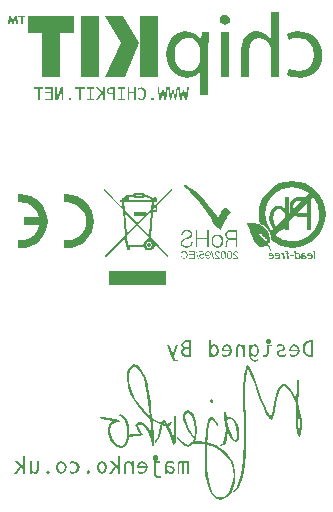
<source format=gbr>
G04 start of page 10 for group -4078 idx -4078 *
G04 Title: (unknown), bottomsilk *
G04 Creator: pcb 1.99z *
G04 CreationDate: Tue Apr 19 20:08:47 2016 UTC *
G04 For: matt *
G04 Format: Gerber/RS-274X *
G04 PCB-Dimensions (mil): 2500.00 3000.00 *
G04 PCB-Coordinate-Origin: lower left *
%MOIN*%
%FSLAX25Y25*%
%LNBOTTOMSILK*%
%ADD92C,0.0161*%
%ADD91C,0.0001*%
G54D91*G36*
X119931Y153671D02*X119981Y153918D01*
X120117Y154119D01*
X120319Y154255D01*
X120565Y154305D01*
X120811Y154255D01*
X121013Y154119D01*
X121148Y153918D01*
X121198Y153671D01*
X121148Y153425D01*
X121013Y153224D01*
X120811Y153088D01*
X120565Y153038D01*
X120319Y153088D01*
X120117Y153224D01*
X119981Y153425D01*
X119931Y153671D01*
G37*
G36*
X122414Y153984D02*X122440Y153671D01*
X122402Y153294D01*
X122293Y152941D01*
X122120Y152623D01*
X121890Y152346D01*
X121254Y152982D01*
X121373Y153126D01*
X121463Y153292D01*
X121520Y153475D01*
X121540Y153671D01*
X121520Y153868D01*
X121463Y154052D01*
X121373Y154217D01*
X121254Y154361D01*
X121110Y154480D01*
X120944Y154570D01*
X120761Y154627D01*
X120565Y154646D01*
X120369Y154627D01*
X120185Y154570D01*
X120019Y154480D01*
X119875Y154361D01*
X119756Y154217D01*
X119666Y154052D01*
X119609Y153868D01*
X119589Y153671D01*
X119609Y153475D01*
X119666Y153292D01*
X119756Y153126D01*
X119875Y152982D01*
X120019Y152863D01*
X120185Y152772D01*
X120369Y152717D01*
X120565Y152696D01*
X120761Y152717D01*
X120944Y152772D01*
X121110Y152863D01*
X121254Y152982D01*
X121890Y152346D01*
X121613Y152117D01*
X121294Y151943D01*
X120943Y151834D01*
X120565Y151796D01*
X120046Y151869D01*
X119584Y152073D01*
X119197Y152389D01*
X118906Y152794D01*
X114321D01*
Y151816D01*
X113115D01*
Y152798D01*
X113011Y152833D01*
X112922Y152900D01*
X112856Y152990D01*
X112826Y153093D01*
X112568Y156087D01*
X106177Y149577D01*
X105795Y149952D01*
X112509Y156783D01*
X111785Y165197D01*
X112432Y165268D01*
X116567Y160913D01*
X116930Y160530D01*
X116563Y160156D01*
X113169Y156698D01*
X113449Y153446D01*
X118703D01*
X118690Y153671D01*
X118818Y154352D01*
X119168Y154922D01*
X119693Y155333D01*
X120345Y155534D01*
X120399Y156110D01*
X116563Y160156D01*
X116930Y160530D01*
X120465Y156809D01*
X121196Y164677D01*
X121124D01*
Y164802D01*
X116930Y160530D01*
X116567Y160913D01*
X116199Y160540D01*
X112503Y164438D01*
X113109Y157395D01*
X116199Y160540D01*
X116567Y160913D01*
X119011Y163402D01*
X115563D01*
Y164704D01*
X119552D01*
Y163951D01*
X121124Y165552D01*
Y166948D01*
X121409D01*
X121500Y167932D01*
X112203D01*
X112432Y165268D01*
X111785Y165197D01*
X105398Y171933D01*
Y172675D01*
X111713Y166024D01*
X111547Y167959D01*
X110763D01*
Y168610D01*
X111452D01*
X111501Y168737D01*
X111717Y169107D01*
X112013Y169424D01*
X112409Y168935D01*
X112149Y168610D01*
X112797D01*
Y169202D01*
X112409Y168935D01*
X112013Y169424D01*
X112376Y169693D01*
X112797Y169917D01*
Y170346D01*
X113910D01*
Y170280D01*
X114794Y170437D01*
X115672Y170522D01*
Y170780D01*
X118874D01*
Y169180D01*
X115672D01*
Y169856D01*
X116324Y169831D01*
X118222D01*
Y170129D01*
X116324D01*
Y169831D01*
X115672Y169856D01*
X114793Y169763D01*
X113910Y169600D01*
Y168610D01*
X121475D01*
X121105Y169069D01*
X120494Y169405D01*
X119723Y169639D01*
X118874Y169787D01*
Y170450D01*
X119735Y170306D01*
X120551Y170076D01*
X121261Y169743D01*
X121810Y169287D01*
X121944Y169424D01*
X122107Y169529D01*
X122291Y169596D01*
X122493Y169619D01*
X122668Y169602D01*
X122831Y169552D01*
X122978Y169471D01*
X123107Y169365D01*
X123212Y169237D01*
X123293Y169089D01*
X123343Y168926D01*
X123361Y168751D01*
X123343Y168576D01*
X123293Y168413D01*
X123212Y168267D01*
X123107Y168139D01*
X122978Y168031D01*
X122831Y167951D01*
X122668Y167901D01*
X122493Y167883D01*
X122156Y167951D01*
X122063Y166948D01*
X122496D01*
X128211Y172763D01*
Y172020D01*
X123230Y166948D01*
X123334D01*
Y164677D01*
X121851D01*
X121905Y165262D01*
X122764D01*
Y166361D01*
X122656D01*
X121940Y165633D01*
X121905Y165262D01*
X121851Y164677D01*
X121059Y156182D01*
X126916Y150013D01*
X126528Y149644D01*
X122414Y153984D01*
G37*
G36*
X107236Y144964D02*X126099D01*
Y140372D01*
X107236D01*
Y144964D01*
G37*
G36*
X83930Y162870D02*X83607Y163901D01*
X83121Y164849D01*
X82489Y165696D01*
X81727Y166427D01*
X80854Y167024D01*
X79884Y167472D01*
X78836Y167754D01*
X77724Y167851D01*
X76832Y167787D01*
Y170455D01*
X77724Y170500D01*
X79537Y170316D01*
X81226Y169790D01*
X82755Y168958D01*
X84088Y167857D01*
X85188Y166524D01*
X86020Y164994D01*
X86546Y163306D01*
X86729Y161495D01*
X86546Y159685D01*
X86020Y157997D01*
X85188Y156468D01*
X84088Y155134D01*
X82755Y154033D01*
X81226Y153201D01*
X79537Y152675D01*
X77724Y152491D01*
X76832Y152536D01*
Y155205D01*
X77724Y155140D01*
X78836Y155238D01*
X79884Y155519D01*
X80854Y155967D01*
X81727Y156564D01*
X82489Y157294D01*
X83121Y158142D01*
X83607Y159088D01*
X83930Y160118D01*
X78728D01*
Y162870D01*
X83930D01*
G37*
G36*
X92309Y155205D02*X93199Y155140D01*
X94478Y155270D01*
X95670Y155641D01*
X96751Y156228D01*
X97692Y157006D01*
X98470Y157946D01*
X99058Y159026D01*
X99428Y160218D01*
X99558Y161495D01*
X99428Y162773D01*
X99058Y163965D01*
X98470Y165044D01*
X97692Y165985D01*
X96751Y166763D01*
X95670Y167350D01*
X94478Y167721D01*
X93199Y167851D01*
X92309Y167787D01*
Y170455D01*
X93199Y170500D01*
X95011Y170316D01*
X96701Y169790D01*
X98230Y168958D01*
X99564Y167857D01*
X100666Y166524D01*
X101498Y164994D01*
X102023Y163306D01*
X102207Y161495D01*
X102023Y159685D01*
X101498Y157997D01*
X100666Y156468D01*
X99564Y155134D01*
X98230Y154033D01*
X96701Y153201D01*
X95011Y152675D01*
X93199Y152491D01*
X92309Y152536D01*
Y155205D01*
G37*
G36*
X166662Y210291D02*X167120Y212306D01*
X168482Y211814D01*
X170416Y211573D01*
X172453Y211956D01*
X174078Y213054D01*
X175154Y214791D01*
X175543Y217096D01*
X175204Y219269D01*
X174204Y221044D01*
X172569Y222242D01*
X170324Y222681D01*
X169310Y222623D01*
X168459Y222468D01*
X167762Y222244D01*
X167211Y221979D01*
X166601Y224054D01*
X168142Y224573D01*
X170324Y224817D01*
X172049Y224667D01*
X173598Y224231D01*
X174954Y223535D01*
X176100Y222601D01*
X177019Y221455D01*
X177697Y220118D01*
X178115Y218617D01*
X178258Y216974D01*
X178126Y215353D01*
X177736Y213887D01*
X177107Y212596D01*
X176252Y211497D01*
X175189Y210611D01*
X173933Y209954D01*
X172500Y209547D01*
X170904Y209406D01*
X169504Y209494D01*
X168303Y209712D01*
X167343Y209999D01*
X166662Y210291D01*
G37*
G36*
X163824Y231409D02*Y209742D01*
X161138D01*
Y218652D01*
X161104Y219351D01*
X160955Y219934D01*
X160431Y220972D01*
X159624Y221826D01*
X158582Y222407D01*
X157354Y222620D01*
X155752Y222268D01*
X154695Y221315D01*
X154114Y219917D01*
X153936Y218226D01*
Y209742D01*
X151251D01*
Y218531D01*
X151391Y220266D01*
X151778Y221668D01*
X152360Y222769D01*
X153086Y223600D01*
X153905Y224193D01*
X154766Y224577D01*
X155617Y224785D01*
X156408Y224847D01*
X157861Y224637D01*
X159155Y224084D01*
X160265Y223253D01*
X161077Y222193D01*
X161138D01*
Y231409D01*
X163824D01*
G37*
G36*
X147191Y209742D02*X144506D01*
Y224512D01*
X147191D01*
Y209742D01*
G37*
G36*
X144201Y228662D02*X144317Y229324D01*
X144648Y229856D01*
X145167Y230211D01*
X145849Y230340D01*
X146523Y230211D01*
X147054Y229856D01*
X147402Y229324D01*
X147527Y228662D01*
X147407Y228019D01*
X147074Y227495D01*
X146562Y227143D01*
X145909Y227015D01*
X145189Y227143D01*
X144644Y227495D01*
X144306Y228019D01*
X144201Y228662D01*
G37*
G36*
X140356Y219690D02*Y203700D01*
X137701D01*
Y211725D01*
X137640D01*
X136831Y210746D01*
X135767Y210017D01*
X134504Y209563D01*
X133093Y209406D01*
X131806Y209530D01*
X130577Y209900D01*
X129440Y210517D01*
X128432Y211383D01*
X127587Y212497D01*
X126939Y213861D01*
X126526Y215475D01*
X126379Y217340D01*
X126502Y218951D01*
X126855Y220406D01*
X127418Y221687D01*
X128169Y222776D01*
X129087Y223655D01*
X130152Y224305D01*
X131341Y224709D01*
X132635Y224847D01*
X134318Y224652D01*
X135752Y224088D01*
X136940Y223187D01*
X137884Y221979D01*
X136923Y220754D01*
X135981Y221803D01*
X134794Y222475D01*
X133459Y222711D01*
X131576Y222269D01*
X130198Y221074D01*
X129352Y219325D01*
X129065Y217219D01*
X129367Y214898D01*
X130244Y213096D01*
X131653Y211927D01*
X133551Y211512D01*
X134923Y211741D01*
X136103Y212386D01*
X137014Y213378D01*
X137579Y214655D01*
X137701Y215754D01*
Y218287D01*
X137644Y218848D01*
X137518Y219385D01*
X136923Y220754D01*
X137884Y221979D01*
X137945D01*
X138067Y224512D01*
X140478D01*
X140394Y222285D01*
X140356Y219690D01*
G37*
G36*
X132805Y202930D02*X133206Y206150D01*
X133756D01*
X133130Y201918D01*
X132596D01*
X132031Y204547D01*
X131467Y201918D01*
X130933D01*
X130307Y206150D01*
X130855D01*
X131258Y202742D01*
X131742Y205173D01*
X132331D01*
X132805Y202930D01*
G37*
G36*
X129355D02*X129758Y206150D01*
X130307D01*
X129681Y201918D01*
X129148D01*
X128583Y204547D01*
X128018Y201918D01*
X127484D01*
X126859Y206150D01*
X127408D01*
X127809Y202742D01*
X128292Y205173D01*
X128883D01*
X129355Y202930D01*
G37*
G36*
X125907D02*X126309Y206150D01*
X126859D01*
X126233Y201918D01*
X125699D01*
X125135Y204547D01*
X124569Y201918D01*
X124036D01*
X123410Y206150D01*
X123960D01*
X124361Y202742D01*
X124845Y205173D01*
X125435D01*
X125907Y202930D01*
G37*
G36*
X122149Y202391D02*X122128Y202185D01*
X122017Y202050D01*
X121696Y201918D01*
X121375Y202050D01*
X121304Y202183D01*
X121243Y202391D01*
X121375Y202737D01*
X121696Y202868D01*
X122017Y202737D01*
X122153Y202567D01*
X122149Y202391D01*
G37*
G36*
X116960Y202131D02*Y202702D01*
X117211Y202528D01*
X117399Y202447D01*
X117880Y202360D01*
X118401Y202439D01*
X118710Y202778D01*
X118917Y203280D01*
X118985Y204034D01*
X118951Y204754D01*
X118710Y205289D01*
X118382Y205578D01*
X117880Y205707D01*
X117680Y205669D01*
X117403Y205611D01*
X116960Y205321D01*
Y205931D01*
X117217Y205992D01*
X117403Y206098D01*
X117880Y206150D01*
X118616Y205998D01*
X119128Y205590D01*
X119472Y204901D01*
X119575Y204034D01*
X119487Y203112D01*
X119128Y202471D01*
X118611Y202057D01*
X117880Y201918D01*
X117676Y201925D01*
X117403Y201969D01*
X116960Y202131D01*
G37*
G36*
X115561Y204553D02*Y206150D01*
X116131D01*
Y201918D01*
X115561D01*
Y204111D01*
X114016D01*
Y201918D01*
X113446D01*
Y206150D01*
X114016D01*
Y204553D01*
X115561D01*
G37*
G36*
X105825Y230082D02*X112039D01*
X117254Y220978D01*
X112650Y209742D01*
X105855D01*
X111189Y220858D01*
X105825Y230082D01*
G37*
G36*
X117433D02*X123483D01*
Y209742D01*
X117433D01*
Y230082D01*
G37*
G36*
X97749D02*X103798D01*
Y209742D01*
X97749D01*
Y230082D01*
G37*
G36*
X84829Y224241D02*X80210D01*
Y230082D01*
X95513D01*
Y224241D01*
X90880D01*
Y209742D01*
X84829D01*
Y224241D01*
G37*
G36*
X79248Y230014D02*Y229569D01*
X78396D01*
Y227315D01*
X77859D01*
Y229569D01*
X76997D01*
Y230014D01*
X79248D01*
G37*
G36*
X73545Y227315D02*X73755Y230014D01*
X74527D01*
X74994Y228676D01*
X75182Y228011D01*
X75191D01*
X75369Y228694D01*
X75837Y230014D01*
X76641D01*
X76838Y227315D01*
X76323D01*
X76224Y228901D01*
X76202Y229658D01*
X76174D01*
X76075Y229260D01*
X75986Y228892D01*
X75500Y227356D01*
X74944D01*
X74457Y228854D01*
X74231Y229658D01*
X74200D01*
X74181Y228901D01*
X74082Y227315D01*
X73545D01*
G37*
G36*
X110203Y205707D02*Y206150D01*
X112516D01*
Y205707D01*
X111642D01*
Y202360D01*
X112516D01*
Y201918D01*
X110203D01*
Y202360D01*
X111077D01*
Y205707D01*
X110203D01*
G37*
G36*
X107862Y206150D02*X109083D01*
Y201918D01*
X108519D01*
Y203785D01*
X107862D01*
X107278Y203833D01*
X106799Y204085D01*
X106566Y204440D01*
X106443Y204970D01*
X106563Y205477D01*
X106805Y205849D01*
X107268Y206074D01*
X107862Y206150D01*
Y205707D01*
X107252Y205514D01*
X107129Y205266D01*
X107034Y204970D01*
X107101Y204629D01*
X107252Y204421D01*
X107862Y204227D01*
X108519D01*
Y205707D01*
X107862D01*
Y206150D01*
G37*
G36*
X105233Y204269D02*Y206150D01*
X105802D01*
Y201918D01*
X105233D01*
Y203570D01*
X104801Y204034D01*
X103443Y201918D01*
X102756D01*
X104430Y204415D01*
X102807Y206150D01*
X103468D01*
X105233Y204269D01*
G37*
G36*
X99857Y205707D02*Y206150D01*
X102171D01*
Y205707D01*
X101296D01*
Y202360D01*
X102171D01*
Y201918D01*
X99857D01*
Y202360D01*
X100731D01*
Y205707D01*
X99857D01*
G37*
G36*
X95971D02*Y206150D01*
X99155D01*
Y205707D01*
X97843D01*
Y201918D01*
X97278D01*
Y205707D01*
X95971D01*
G37*
G36*
X94578Y202391D02*X94557Y202185D01*
X94445Y202050D01*
X94124Y201918D01*
X93804Y202050D01*
X93732Y202183D01*
X93672Y202391D01*
X93804Y202737D01*
X94124Y202868D01*
X94445Y202737D01*
X94581Y202567D01*
X94578Y202391D01*
G37*
G36*
X89895Y202665D02*X91304Y206150D01*
X92021D01*
Y201918D01*
X91472D01*
Y205402D01*
X90063Y201918D01*
X89350D01*
Y206150D01*
X89895D01*
Y202665D01*
G37*
G36*
X85933Y205707D02*Y206150D01*
X88410D01*
Y201918D01*
X85877D01*
Y202360D01*
X87846D01*
Y204111D01*
X86015D01*
Y204553D01*
X87846D01*
Y205707D01*
X85933D01*
G37*
G36*
X82195D02*Y206150D01*
X85378D01*
Y205707D01*
X84067D01*
Y201918D01*
X83502D01*
Y205707D01*
X82195D01*
G37*
G36*
X148211Y164498D02*X147659Y164267D01*
X147056Y163601D01*
X146444Y162641D01*
X145857Y161532D01*
X145335Y160420D01*
X144915Y159448D01*
X144636Y158759D01*
X144534Y158496D01*
X142079Y160415D01*
X141077Y162497D01*
X139533Y164975D01*
X137577Y167609D01*
X135338Y170152D01*
X134821Y170717D01*
X134277Y171275D01*
X133740Y171807D01*
X133235Y172293D01*
X132791Y172707D01*
X132439Y173030D01*
X132207Y173241D01*
X132122Y173315D01*
X132296Y173555D01*
X132502Y173860D01*
X132766Y173739D01*
X133031Y173583D01*
X133236Y173448D01*
X133316Y173392D01*
X135749Y171670D01*
X138079Y169517D01*
X140280Y167044D01*
X142027Y164806D01*
X143181Y163187D01*
X143597Y162563D01*
X143709Y162800D01*
X144011Y163417D01*
X144459Y164279D01*
X145002Y165243D01*
X145869Y165921D01*
X146201Y165941D01*
X146575Y165817D01*
X146963Y165594D01*
X147341Y165315D01*
X147683Y165022D01*
X147957Y164759D01*
X148144Y164570D01*
X148211Y164498D01*
G37*
G36*
X150048Y152852D02*X149526D01*
Y158087D01*
X148043D01*
X147319Y158041D01*
X146938Y157886D01*
X146623Y157525D01*
X146513Y157023D01*
X146601Y156500D01*
X146862Y156143D01*
X147326Y155941D01*
X148011Y155873D01*
X149526D01*
Y155404D01*
X147861D01*
X147306Y155351D01*
X146975Y155188D01*
X146794Y154831D01*
X146695Y154192D01*
X146630Y153437D01*
X146582Y153084D01*
X146506Y152852D01*
X145924D01*
Y152930D01*
X146044Y153123D01*
X146106Y153457D01*
X146179Y154312D01*
X146393Y155280D01*
X146892Y155637D01*
X146207Y156150D01*
X145971Y157037D01*
X146152Y157799D01*
X146671Y158324D01*
X147189Y158501D01*
X148147Y158556D01*
X150048D01*
Y152852D01*
G37*
G36*
X145226Y154904D02*X145104Y153992D01*
X144733Y153310D01*
X144139Y152889D01*
X143342Y152748D01*
Y153162D01*
X143930Y153276D01*
X144371Y153619D01*
X144644Y154170D01*
X144735Y154904D01*
X144644Y155643D01*
X144371Y156193D01*
X143930Y156536D01*
X143342Y156651D01*
X142748Y156538D01*
X142308Y156196D01*
X142035Y155645D01*
X141944Y154904D01*
X142035Y154165D01*
X142308Y153615D01*
X142748Y153275D01*
X143342Y153162D01*
Y152748D01*
X142538Y152889D01*
X141940Y153312D01*
X141568Y153994D01*
X141444Y154904D01*
X141569Y155821D01*
X141941Y156506D01*
X142541Y156931D01*
X143342Y157073D01*
X144139Y156931D01*
X144733Y156506D01*
X145104Y155821D01*
X145226Y154904D01*
G37*
G36*
X140491Y152852D02*X139968D01*
Y155613D01*
X136708D01*
Y152852D01*
X136177D01*
Y158556D01*
X136708D01*
Y156081D01*
X139968D01*
Y158556D01*
X140491D01*
Y152852D01*
G37*
G36*
X135178Y154578D02*Y154540D01*
X135043Y153753D01*
X134628Y153171D01*
X133961Y152813D01*
X133060Y152692D01*
X132246Y152803D01*
X131625Y153134D01*
X131233Y153658D01*
X131100Y154343D01*
X131201Y154937D01*
X131498Y155389D01*
X132046Y155735D01*
X132885Y156016D01*
X133552Y156182D01*
X134295Y156540D01*
X134521Y157158D01*
X134176Y157955D01*
X133203Y158237D01*
X132612Y158155D01*
X132170Y157906D01*
X131890Y157507D01*
X131789Y156968D01*
X131259D01*
X131395Y157699D01*
X131777Y158246D01*
X132380Y158589D01*
X133179Y158703D01*
X133944Y158599D01*
X134536Y158284D01*
X134916Y157799D01*
X135043Y157173D01*
X134959Y156617D01*
X134708Y156201D01*
X134239Y155884D01*
X133498Y155629D01*
X132955Y155492D01*
X131890Y155032D01*
X131623Y154288D01*
X131720Y153818D01*
X132005Y153462D01*
X133052Y153162D01*
X133727Y153255D01*
X134230Y153533D01*
X134545Y153981D01*
X134656Y154578D01*
X135178D01*
G37*
G36*
X141019Y149601D02*X140784Y149115D01*
X140276Y148943D01*
X139766Y149100D01*
X139437Y149558D01*
X139327Y150368D01*
X139438Y151113D01*
X139761Y151510D01*
X140235Y151649D01*
X140831Y151402D01*
X141069Y150754D01*
X140841Y150124D01*
X140284Y149886D01*
X139919Y149983D01*
X139652Y150235D01*
X139834Y150331D01*
X140204Y150174D01*
X140583Y150331D01*
X140735Y150743D01*
X140573Y151202D01*
X140196Y151379D01*
X139837Y151214D01*
X139688Y150769D01*
X139834Y150331D01*
X139652Y150235D01*
X139650Y150170D01*
X139699Y149772D01*
X139820Y149462D01*
X140005Y149279D01*
X140268Y149210D01*
X140556Y149310D01*
X140707Y149629D01*
X141019Y149601D01*
G37*
G36*
X142251Y148943D02*X141989D01*
X141222Y151682D01*
X141482D01*
X142251Y148943D01*
G37*
G36*
X142445Y149300D02*X143746D01*
X143608Y149477D01*
X143231Y149810D01*
X142730Y150277D01*
X142515Y150600D01*
X142450Y150912D01*
X142671Y151437D01*
X143275Y151648D01*
X143877Y151452D01*
X144135Y150882D01*
X143800Y150848D01*
X143658Y151238D01*
X143282Y151380D01*
X142922Y151246D01*
X142783Y150920D01*
X142935Y150529D01*
X143519Y149968D01*
X143944Y149566D01*
X144159Y149214D01*
X144196Y148988D01*
X142445D01*
Y149300D01*
G37*
G36*
X146215Y150294D02*X146150Y149652D01*
X145952Y149217D01*
X145350Y148943D01*
Y149210D01*
X145726Y149426D01*
X145879Y150294D01*
X145711Y151189D01*
X145353Y151380D01*
X144972Y151164D01*
X144820Y150294D01*
X144972Y149427D01*
X145350Y149210D01*
Y148943D01*
X144868Y149099D01*
X144582Y149541D01*
X144486Y150294D01*
X144546Y150921D01*
X144710Y151315D01*
X144975Y151562D01*
X145350Y151649D01*
X145830Y151493D01*
X146116Y151050D01*
X146215Y150294D01*
G37*
G36*
X148273D02*X148207Y149652D01*
X148010Y149217D01*
X147408Y148943D01*
Y149210D01*
X147785Y149426D01*
X147937Y150294D01*
X147769Y151189D01*
X147412Y151380D01*
X147032Y151164D01*
X146879Y150294D01*
X147032Y149427D01*
X147408Y149210D01*
Y148943D01*
X146927Y149099D01*
X146639Y149541D01*
X146545Y150294D01*
X146603Y150921D01*
X146769Y151315D01*
X147034Y151562D01*
X147408Y151649D01*
X147888Y151493D01*
X148175Y151050D01*
X148273Y150294D01*
G37*
G36*
X148621Y149300D02*X149921D01*
X149783Y149477D01*
X149406Y149810D01*
X148907Y150277D01*
X148690Y150600D01*
X148624Y150912D01*
X148846Y151437D01*
X149450Y151648D01*
X150050Y151452D01*
X150309Y150882D01*
X149976Y150848D01*
X149834Y151238D01*
X149457Y151380D01*
X149098Y151246D01*
X148959Y150920D01*
X149110Y150529D01*
X149695Y149968D01*
X150121Y149566D01*
X150334Y149214D01*
X150372Y148988D01*
X148621D01*
Y149300D01*
G37*
G36*
X137105Y148943D02*X136844D01*
X136078Y151682D01*
X136337D01*
X137105Y148943D01*
G37*
G36*
X131435Y149917D02*X131710Y149413D01*
X132208Y149243D01*
X132659Y149368D01*
X132965Y149744D01*
X133064Y150334D01*
X132980Y150843D01*
X132693Y151237D01*
X132182Y151381D01*
X131740Y151251D01*
X131474Y150829D01*
X131127Y150911D01*
X131506Y151480D01*
X132174Y151682D01*
X132816Y151522D01*
X133268Y151054D01*
X133425Y150333D01*
X133284Y149623D01*
X132876Y149117D01*
X132180Y148943D01*
X131480Y149170D01*
X131083Y149828D01*
X131435Y149917D01*
G37*
G36*
X135785Y148988D02*X133808D01*
Y149300D01*
X135435D01*
Y150202D01*
X133969D01*
Y150513D01*
X135435D01*
Y151324D01*
X133870D01*
Y151637D01*
X135785D01*
Y148988D01*
G37*
G36*
X139010Y149682D02*X138749Y149146D01*
X138160Y148943D01*
X137465Y149265D01*
X137254Y149886D01*
X137492Y150505D01*
X138078Y150744D01*
X138580Y150579D01*
X138436Y151290D01*
X137378D01*
Y151601D01*
X138696D01*
X138953Y150240D01*
X138648Y150201D01*
X138449Y150386D01*
X138165Y150457D01*
X137756Y150296D01*
X137600Y149857D01*
X137761Y149389D01*
X138160Y149210D01*
X138493Y149335D01*
X138669Y149710D01*
X139010Y149682D01*
G37*
G36*
X166508Y151170D02*X166457Y151232D01*
X166379Y151270D01*
X166275Y151283D01*
X165954Y151221D01*
X165975Y151573D01*
X166415Y151631D01*
X166615Y151613D01*
X166793Y151548D01*
X166920Y151433D01*
X166981Y151263D01*
X166997Y150965D01*
Y150892D01*
X167246D01*
X167255Y150711D01*
X167266Y150532D01*
X167040D01*
X167094Y149343D01*
X167116Y149040D01*
X166856Y149044D01*
X166590Y149040D01*
X166536Y150532D01*
X166096D01*
X166075Y150892D01*
X166542D01*
Y150959D01*
X166535Y151079D01*
X166508Y151170D01*
G37*
G36*
X160446Y150028D02*X160428Y150204D01*
X160490Y150537D01*
X160664Y150791D01*
X160947Y150944D01*
X161303Y150990D01*
X161681Y150934D01*
X162006Y150744D01*
X162227Y150398D01*
X162305Y149962D01*
X162237Y149574D01*
X162026Y149263D01*
X161694Y149088D01*
X161264Y149040D01*
X160993Y149055D01*
X160659Y149113D01*
X160591Y149500D01*
X160941Y149406D01*
X161215Y149379D01*
X161435Y149413D01*
X161628Y149519D01*
X161750Y149691D01*
X161793Y149917D01*
X161788Y150025D01*
X161774Y150240D01*
X161737Y150378D01*
X161681Y150488D01*
X161583Y150589D01*
X161450Y150660D01*
X161301Y150682D01*
X161178Y150667D01*
X161076Y150626D01*
X160998Y150557D01*
X160947Y150463D01*
X160922Y150367D01*
X160917Y150238D01*
X161774Y150240D01*
X161788Y150025D01*
X160446Y150028D01*
G37*
G36*
X168780Y150276D02*X168807Y149906D01*
X168178Y149915D01*
X167542Y149906D01*
X167516Y150276D01*
X168148Y150269D01*
X168780Y150276D01*
G37*
G36*
X162719Y150791D02*X163001Y150944D01*
X163357Y150990D01*
X163735Y150934D01*
X164058Y150744D01*
X164280Y150398D01*
X164358Y149962D01*
X164290Y149574D01*
X164079Y149263D01*
X163748Y149088D01*
X163318Y149040D01*
X163045Y149055D01*
X162711Y149113D01*
X162643Y149500D01*
X162995Y149406D01*
X163269Y149379D01*
X163489Y149413D01*
X163681Y149519D01*
X163804Y149691D01*
X163845Y149917D01*
X163842Y150025D01*
X163826Y150240D01*
X163791Y150378D01*
X163735Y150488D01*
X163637Y150589D01*
X163503Y150659D01*
X163354Y150682D01*
X163231Y150667D01*
X163129Y150626D01*
X163052Y150557D01*
X163000Y150463D01*
X162977Y150367D01*
X162970Y150238D01*
X163826Y150240D01*
X163842Y150025D01*
X162499Y150028D01*
X162481Y150204D01*
X162542Y150537D01*
X162719Y150791D01*
G37*
G36*
X164701Y150946D02*X164855Y150928D01*
X164991Y150875D01*
X165102Y150792D01*
X165222Y150644D01*
X165211Y150902D01*
X165460Y150899D01*
X165709Y150902D01*
X165706Y150728D01*
X165709Y150415D01*
X165725Y149909D01*
X165778Y149040D01*
X165506Y149044D01*
X165252Y149040D01*
X165257Y149256D01*
X165247Y149711D01*
X165223Y150036D01*
X165171Y150236D01*
X165065Y150396D01*
X164918Y150493D01*
X164730Y150525D01*
X164534Y150496D01*
X164551Y150928D01*
X164701Y150946D01*
G37*
G36*
X173541Y150791D02*X173823Y150944D01*
X174180Y150990D01*
X174558Y150934D01*
X174881Y150744D01*
X175102Y150398D01*
X175180Y149962D01*
X175113Y149574D01*
X174902Y149263D01*
X174569Y149088D01*
X174140Y149040D01*
X173867Y149055D01*
X173534Y149113D01*
X173467Y149500D01*
X173817Y149406D01*
X174091Y149379D01*
X174310Y149413D01*
X174503Y149519D01*
X174625Y149691D01*
X174667Y149917D01*
X174664Y150025D01*
X174649Y150240D01*
X174613Y150378D01*
X174556Y150488D01*
X174459Y150589D01*
X174326Y150659D01*
X174178Y150682D01*
X174053Y150667D01*
X173952Y150626D01*
X173876Y150557D01*
X173822Y150463D01*
X173798Y150367D01*
X173792Y150238D01*
X174649Y150240D01*
X174664Y150025D01*
X173321Y150028D01*
X173304Y150204D01*
X173364Y150537D01*
X173541Y150791D01*
G37*
G36*
X175912Y151539D02*X175959Y150153D01*
X176027Y149040D01*
X175746Y149044D01*
X175491Y149040D01*
X175484Y149381D01*
X175420Y150872D01*
X175376Y151539D01*
X175640Y151536D01*
X175912Y151539D01*
G37*
G36*
X172112Y151099D02*X172710Y150967D01*
X172890Y150742D01*
X172928Y150552D01*
X172789Y150696D01*
X172234Y150842D01*
X171964Y150757D01*
X171853Y150531D01*
X172036Y150331D01*
X172499Y150162D01*
X172956Y149933D01*
X173107Y149583D01*
X172940Y149177D01*
X172442Y149040D01*
X171909Y149251D01*
X172000Y149398D01*
X172337Y149324D01*
X172643Y149620D01*
X172198Y149951D01*
X171888Y150046D01*
Y149617D01*
X172000Y149398D01*
X171909Y149251D01*
Y149053D01*
X171308D01*
Y150568D01*
X171494Y150936D01*
X172112Y151099D01*
G37*
G36*
X169588Y151583D02*Y151458D01*
X169601Y150959D01*
X169978Y150990D01*
X170410Y150931D01*
X170769Y150732D01*
X171020Y150364D01*
X171112Y149895D01*
X171061Y149561D01*
X170901Y149285D01*
X170640Y149106D01*
X170310Y149040D01*
X170105Y149064D01*
X169921Y149136D01*
X169778Y149242D01*
X169640Y149403D01*
X169825Y149563D01*
X169975Y149453D01*
X170159Y149417D01*
X170398Y149485D01*
X170555Y149670D01*
X170605Y149929D01*
X170549Y150222D01*
X170393Y150470D01*
X170160Y150607D01*
X169883Y150648D01*
X169620Y150611D01*
X169643Y150066D01*
X169711Y149753D01*
X169825Y149563D01*
X169640Y149403D01*
X169656Y149084D01*
X169405Y149088D01*
X169167Y149084D01*
X169131Y150317D01*
X169056Y151583D01*
X169323Y151580D01*
X169588Y151583D01*
G37*
G36*
X159123Y159898D02*X157589Y160726D01*
X157258Y162254D01*
X157142Y163851D01*
X157369Y166098D01*
X158019Y168188D01*
X159046Y170082D01*
X160406Y171729D01*
X162055Y173090D01*
X163947Y174117D01*
X166039Y174767D01*
X168284Y174992D01*
X170529Y174767D01*
X172621Y174117D01*
X174513Y173090D01*
X176163Y171729D01*
X177524Y170082D01*
X178551Y168188D01*
X179200Y166098D01*
X179426Y163851D01*
X179200Y161606D01*
X178551Y159515D01*
X177524Y157623D01*
X176163Y155972D01*
X174513Y154613D01*
X172621Y153585D01*
X170529Y152935D01*
X168284Y152709D01*
X164452Y153386D01*
X161195Y155255D01*
X161135Y156293D01*
X162595Y156837D01*
X165212Y155355D01*
X168284Y154819D01*
X170105Y155002D01*
X171799Y155529D01*
X173334Y156361D01*
X174671Y157465D01*
X175774Y158802D01*
X176607Y160336D01*
X177133Y162031D01*
X177316Y163851D01*
X176781Y166922D01*
X175298Y169540D01*
X162595Y156837D01*
X161135Y156293D01*
X160864Y157480D01*
X161270Y158161D01*
X173973Y170865D01*
X171355Y172348D01*
X168284Y172884D01*
X166465Y172701D01*
X164769Y172175D01*
X163235Y171341D01*
X161897Y170239D01*
X160795Y168902D01*
X159963Y167369D01*
X159436Y165672D01*
X159252Y163851D01*
X159789Y160781D01*
X161270Y158161D01*
X160864Y157480D01*
X160243Y158717D01*
X159123Y159898D01*
G37*
G36*
X161102Y164894D02*X161594Y165713D01*
X162229Y166293D01*
X162976Y166639D01*
X163800Y166754D01*
X164919Y166485D01*
X165819Y165672D01*
X165326Y164861D01*
X164679Y165443D01*
X163948Y165635D01*
X163175Y165451D01*
X162531Y164894D01*
X162100Y163944D01*
X161954Y162573D01*
X162104Y161224D01*
X162553Y160257D01*
X163194Y159677D01*
X163922Y159482D01*
X164956Y159807D01*
X165678Y160752D01*
X165867Y161529D01*
X165931Y162618D01*
X165780Y163913D01*
X165326Y164861D01*
X165819Y165672D01*
Y169627D01*
X167072D01*
Y158544D01*
X165914D01*
Y159550D01*
X165028Y158661D01*
X163871Y158363D01*
X162674Y158641D01*
X161636Y159470D01*
X160917Y160813D01*
X160678Y162618D01*
X160784Y163857D01*
X161102Y164894D01*
G37*
G36*
X158890Y159605D02*X160071Y158293D01*
X160635Y156933D01*
X160810Y155670D01*
X160818Y154637D01*
X160490Y154216D01*
X160042Y154753D01*
X160002Y156424D01*
X159629Y156889D01*
Y155464D01*
X159237Y155854D01*
Y157347D01*
X158843Y157920D01*
Y156332D01*
X158166Y157009D01*
X158183Y157124D01*
X158199Y157411D01*
X158166Y157785D01*
X158036Y158156D01*
X158027Y158031D01*
X157992Y157745D01*
X157930Y157430D01*
X157833Y157219D01*
X157581Y157389D01*
X157011Y157769D01*
X156408Y158166D01*
X156053Y158389D01*
X156246Y158224D01*
X156761Y157762D01*
X157501Y157062D01*
X158372Y156180D01*
X159278Y155170D01*
X160122Y154090D01*
X160810Y152996D01*
X161245Y151943D01*
X160945Y151643D01*
X160851Y151900D01*
X160612Y152502D01*
X160303Y153202D01*
X159992Y153754D01*
X159822Y153649D01*
X159409Y153412D01*
X158901Y153155D01*
X158447Y152993D01*
X158020Y152971D01*
X157523Y153073D01*
X156996Y153337D01*
X156480Y153796D01*
X156035Y154341D01*
X155573Y155026D01*
X155086Y155967D01*
X154558Y157272D01*
X154470Y157538D01*
X154355Y157910D01*
X154249Y158265D01*
X154185Y158481D01*
X153934Y159275D01*
X153682Y159807D01*
X153410Y160181D01*
X153106Y160500D01*
Y160782D01*
X153717Y160831D01*
X155217Y160818D01*
X157107Y160490D01*
X158890Y159605D01*
G37*
G36*
X169205Y169414D02*X169939Y169574D01*
X170989Y169627D01*
X174413D01*
Y158544D01*
X173211D01*
Y163050D01*
X170883D01*
X169288Y163286D01*
X168245Y163994D01*
X167674Y165078D01*
X167481Y166437D01*
X168722Y166376D01*
X168850Y165491D01*
X169235Y164861D01*
X169900Y164485D01*
X170861Y164358D01*
X173211D01*
Y168319D01*
X170883D01*
X170092Y168276D01*
X169588Y168144D01*
X168974Y167504D01*
X168722Y166376D01*
X167481Y166437D01*
X167600Y167482D01*
X167951Y168349D01*
X168499Y169006D01*
X169205Y169414D01*
G37*
G36*
X170628Y108613D02*X170417Y104612D01*
X170152Y100821D01*
X171021Y98077D01*
X171534Y95282D01*
X170939Y95026D01*
X170051Y99091D01*
X170069Y94928D01*
X170665Y90558D01*
X170939Y91584D01*
Y95026D01*
X171534Y95282D01*
X171580Y92463D01*
X171040Y89643D01*
X170838Y89441D01*
X170207Y89908D01*
X169767Y91428D01*
X169493Y93131D01*
X169410Y94165D01*
Y100959D01*
X167808Y104346D01*
X165840Y106772D01*
X165070Y106573D01*
X164466Y105902D01*
X163578Y103660D01*
X162983Y100776D01*
X162498Y97956D01*
X161921Y95933D01*
X161541Y95435D01*
X161051Y95440D01*
X160438Y96004D01*
X159687Y97187D01*
X158772Y99119D01*
X157646Y101911D01*
X156703Y104630D01*
X155769Y107395D01*
X154716Y110089D01*
X153434Y112622D01*
X152857Y109611D01*
X152656Y106379D01*
Y103101D01*
X152720Y100007D01*
X152793Y97461D01*
X152857Y95997D01*
X152913Y95099D01*
X152940Y94184D01*
Y92701D01*
X152894Y90156D01*
X152857Y87702D01*
X152775Y84177D01*
X152464Y80167D01*
X151823Y76276D01*
X150679Y73102D01*
X149875Y71960D01*
X148884Y71259D01*
X148426Y71314D01*
X148435Y71772D01*
X149800Y72980D01*
X150715Y74811D01*
X151301Y77009D01*
X151622Y79297D01*
X151787Y81458D01*
X151906Y83188D01*
X152161Y86887D01*
X152262Y89508D01*
X152281Y91565D01*
X152235Y93616D01*
X152134Y96235D01*
X152043Y99943D01*
X152024Y105225D01*
X152344Y110480D01*
X152464Y111222D01*
X152775Y112494D01*
X153233Y113446D01*
X153846Y113263D01*
X155201Y110590D01*
X156291Y107789D01*
X157298Y104923D01*
X158332Y102085D01*
X159232Y99810D01*
X159962Y98224D01*
X160543Y97235D01*
X160996Y96747D01*
X161610Y97068D01*
X162004Y98670D01*
X162324Y101031D01*
X162764Y103596D01*
X163533Y105820D01*
X164787Y107184D01*
X166380Y107232D01*
X167662Y106061D01*
X168632Y104355D01*
X169309Y102863D01*
X169511Y102387D01*
X169786Y105509D01*
X169950Y108640D01*
X170298Y108933D01*
X170628Y108613D01*
G37*
G36*
X145996Y93964D02*X145693Y96326D01*
X145510Y97564D01*
Y98077D01*
X145730Y98239D01*
X146224Y97857D01*
X146444Y96134D01*
X147598Y96418D01*
X148669Y95795D01*
X149557Y94669D01*
X150143Y93452D01*
X150491Y92179D01*
X150692Y90494D01*
X150555Y88947D01*
X149804Y88077D01*
X148806Y88169D01*
X148962Y88746D01*
X149740Y88965D01*
X150006Y90641D01*
X149704Y92920D01*
X148770Y94944D01*
X148053Y95626D01*
X147159Y95896D01*
X146472Y95220D01*
X146627Y94605D01*
X146820Y93854D01*
X147003Y93113D01*
X147159Y92499D01*
X147433Y91648D01*
X147735Y90796D01*
X148401Y89419D01*
X148962Y88746D01*
X148806Y88169D01*
X147973Y88947D01*
X147278Y90174D01*
X146710Y91648D01*
X146407Y88810D01*
X146078Y87709D01*
X145556Y87024D01*
X145117Y86786D01*
X144641Y86621D01*
X144238Y86841D01*
X144402Y87237D01*
X144760Y87363D01*
X145117Y87537D01*
X145693Y88654D01*
X145987Y90183D01*
X146069Y92005D01*
X145996Y93964D01*
G37*
G36*
X142995Y93829D02*X142537Y94440D01*
X142033Y95063D01*
X141594Y95539D01*
X141301Y95733D01*
X141146Y95420D01*
X140907Y94687D01*
X140688Y93836D01*
X140551Y93177D01*
X140368Y91748D01*
X140212Y90549D01*
X140093Y89288D01*
X140010Y87775D01*
X142848Y86823D01*
X145073Y85431D01*
X146144Y84454D01*
X146987Y83637D01*
X147719Y82712D01*
X148433Y81421D01*
X149285Y78363D01*
X149266Y74747D01*
X148195Y71378D01*
X147211Y70041D01*
X145888Y69117D01*
X144515Y68682D01*
X143379Y68796D01*
X141677Y70124D01*
X140587Y72266D01*
X139873Y74454D01*
X140404Y74811D01*
X141567Y71360D01*
X142361Y70261D01*
X143361Y69611D01*
X145650Y69767D01*
X147362Y71417D01*
X148369Y73841D01*
X148754Y76496D01*
X148607Y78803D01*
X147792Y81183D01*
X146382Y83252D01*
X144533Y84974D01*
X142354Y86246D01*
X141512Y86539D01*
X139974Y86924D01*
X139827Y83106D01*
X139891Y78904D01*
X140404Y74811D01*
X139873Y74454D01*
X139379Y76853D01*
X139131Y79975D01*
X139077Y83518D01*
X139196Y87134D01*
X137227Y87384D01*
X135689Y87372D01*
X135011Y87217D01*
X134407Y87006D01*
X133977Y86906D01*
X133821Y87098D01*
X134370Y87656D01*
X135863Y88116D01*
X137484Y88151D01*
X139260Y87949D01*
X139589Y91355D01*
X140038Y94065D01*
X140166Y94708D01*
X140331Y95420D01*
X140660Y96033D01*
X141200Y96408D01*
X141841Y96134D01*
X142711Y95300D01*
X143425Y94330D01*
X143645Y93625D01*
X143206Y93360D01*
X142995Y93829D01*
G37*
G36*
X131743Y81115D02*X132027Y81508D01*
X132494Y81636D01*
X132896Y81517D01*
X133208Y81188D01*
Y81536D01*
X133812D01*
Y77434D01*
X133208D01*
Y79778D01*
X133098Y80849D01*
X132732Y81069D01*
X132347Y80867D01*
X132246Y79778D01*
Y77434D01*
X131633D01*
Y79778D01*
X131523Y80849D01*
X131120Y81069D01*
X130773Y80858D01*
X130672Y79778D01*
Y77434D01*
X130059D01*
Y79815D01*
X130260Y81252D01*
X130956Y81636D01*
X131422Y81508D01*
X131743Y81115D01*
G37*
G36*
X126499Y77434D02*X125831D01*
Y79778D01*
X125886Y80583D01*
X126078Y81032D01*
X126664Y81481D01*
X127534Y81636D01*
X128202Y81563D01*
X128917Y81344D01*
Y80675D01*
X128230Y80968D01*
X127534Y81060D01*
X126756Y80840D01*
X126499Y80126D01*
Y80025D01*
X127406D01*
X128752Y79668D01*
X129219Y78624D01*
X128843Y77681D01*
X127845Y77324D01*
X127049Y77507D01*
X126499Y78038D01*
X126829Y78277D01*
X127699Y77892D01*
X128321Y78094D01*
X128541Y78670D01*
X128239Y79293D01*
X127360Y79494D01*
X126499D01*
Y79348D01*
X126829Y78277D01*
X126499Y78038D01*
Y77434D01*
G37*
G36*
X124156Y81014D02*X122993D01*
Y77361D01*
X123157Y76674D01*
X123652Y76445D01*
X124513D01*
Y75878D01*
X123579D01*
X122645Y76262D01*
X122315Y77361D01*
Y81536D01*
X124156D01*
Y81014D01*
G37*
G36*
X174258Y121796D02*X175366D01*
Y116330D01*
X174258D01*
X173171Y116497D01*
X172409Y116999D01*
X171972Y117848D01*
X171822Y119059D01*
X171972Y120278D01*
X172409Y121128D01*
X173171Y121629D01*
X174258Y121796D01*
X174276Y121192D01*
X172967Y120734D01*
X172601Y119059D01*
X172967Y117401D01*
X174276Y116935D01*
X174624D01*
Y121192D01*
X174276D01*
X174258Y121796D01*
G37*
G36*
X170204Y118219D02*X167284D01*
Y118546D01*
X167732Y120002D01*
X168978Y120533D01*
X170378Y119946D01*
X170909Y118381D01*
X170369Y116797D01*
X168877Y116220D01*
X168181Y116303D01*
X167448Y116541D01*
Y117209D01*
X168190Y116900D01*
X168868Y116797D01*
X169857Y117163D01*
X170204Y118198D01*
Y118219D01*
X170177Y118748D01*
X169802Y119635D01*
X169005Y119956D01*
X168236Y119654D01*
X167961Y118748D01*
X170177D01*
X170204Y118219D01*
G37*
G36*
X163285Y119626D02*Y120285D01*
X163880Y120469D01*
X164512Y120533D01*
X165656Y120212D01*
X166050Y119297D01*
X165785Y118565D01*
X164933Y118180D01*
X164686Y118134D01*
X164650Y118125D01*
X163979Y117871D01*
X163752Y117475D01*
X163999Y116974D01*
X164695Y116788D01*
X165345Y116889D01*
X166069Y117173D01*
Y116477D01*
X165345Y116285D01*
X164704Y116220D01*
X163505Y116569D01*
X163074Y117521D01*
X163331Y118262D01*
X164091Y118637D01*
X164365Y118692D01*
X165199Y118958D01*
X165373Y119370D01*
X165144Y119819D01*
X164466Y119965D01*
X163862Y119883D01*
X163285Y119626D01*
G37*
G36*
X159928Y121173D02*Y122027D01*
X160606D01*
Y121173D01*
X159928D01*
G37*
G36*
Y117813D02*Y120423D01*
X161685D01*
Y119903D01*
X160606D01*
Y117813D01*
X160267Y116715D01*
X159333Y116330D01*
X158481D01*
Y116900D01*
X159269D01*
X159763Y117136D01*
X159928Y117813D01*
G37*
G36*
X154004Y116596D02*Y120416D01*
X154682D01*
Y119883D01*
X155130Y120368D01*
X155798Y120533D01*
X156943Y119956D01*
X157373Y118418D01*
X156943Y116880D01*
X155798Y116303D01*
X155121Y116468D01*
X154682Y116980D01*
X154929Y117267D01*
X155643Y116861D01*
X156394Y117267D01*
X156659Y118418D01*
X156403Y119572D01*
X155643Y119956D01*
X154929Y119572D01*
X154682Y118418D01*
X154929Y117267D01*
X154682Y116980D01*
Y116495D01*
X154929Y115552D01*
X155726Y115259D01*
X156265Y115342D01*
X156916Y115589D01*
Y114923D01*
X156302Y114776D01*
X155726Y114719D01*
X154444Y115195D01*
X154004Y116596D01*
G37*
G36*
X150143Y116330D02*X149465D01*
Y118878D01*
X149768Y120123D01*
X150711Y120533D01*
X151434Y120349D01*
X151919Y119819D01*
Y120432D01*
X152596D01*
Y116330D01*
X151919D01*
Y118647D01*
X151663Y119610D01*
X150939Y119946D01*
X150335Y119684D01*
X150143Y118878D01*
Y116330D01*
G37*
G36*
X147646Y118219D02*X144725D01*
Y118546D01*
X145174Y120002D01*
X146419Y120533D01*
X147820Y119946D01*
X148351Y118381D01*
X147811Y116797D01*
X146319Y116220D01*
X145622Y116303D01*
X144890Y116541D01*
Y117209D01*
X145632Y116900D01*
X146309Y116797D01*
X147298Y117163D01*
X147646Y118198D01*
Y118219D01*
X147619Y118748D01*
X147243Y119635D01*
X146446Y119956D01*
X145677Y119654D01*
X145403Y118748D01*
X147619D01*
X147646Y118219D01*
G37*
G36*
X140470Y122027D02*X141148D01*
Y119910D01*
X141395Y119562D01*
X141148Y118381D01*
X141395Y117200D01*
X142146Y116797D01*
X142878Y117193D01*
X143125Y118381D01*
X142878Y119562D01*
X142146Y119956D01*
X141395Y119562D01*
X141148Y119910D01*
X141587Y120368D01*
X142237Y120533D01*
X143409Y119965D01*
X143840Y118390D01*
X143409Y116807D01*
X142237Y116220D01*
X141596Y116387D01*
X141148Y116843D01*
Y116330D01*
X140470D01*
Y122027D01*
G37*
G36*
X133039Y121796D02*X134659D01*
Y116330D01*
X133039D01*
X131583Y116715D01*
X131098Y117831D01*
X131409Y118804D01*
X132251Y119260D01*
X132278Y119745D01*
X133048Y119544D01*
X133908D01*
Y121192D01*
X133048D01*
X132270Y121009D01*
X132041Y120404D01*
X132278Y119745D01*
X132251Y119260D01*
X132132Y118692D01*
X131839Y117905D01*
X132114Y117163D01*
X133039Y116935D01*
X133908D01*
Y118940D01*
X133039D01*
X132132Y118692D01*
X132251Y119260D01*
X131528Y119617D01*
X131290Y120404D01*
X131748Y121430D01*
X133039Y121796D01*
G37*
G36*
X127612Y117648D02*X126531Y120432D01*
X127246D01*
X128445Y117228D01*
X129654Y120432D01*
X130367D01*
X128784Y116394D01*
X129214Y115509D01*
X129681Y115332D01*
X130075D01*
Y114776D01*
X129534D01*
X128948Y114911D01*
X128527Y115342D01*
X128042Y116522D01*
X127612Y117648D01*
G37*
G36*
X141805Y101535D02*X141741Y101233D01*
X141420Y100940D01*
X141100Y101197D01*
X140990Y101535D01*
Y101886D01*
X141402Y102185D01*
X141878Y101947D01*
Y101812D01*
X141805Y101535D01*
G37*
G36*
X130056Y89478D02*X130532Y89341D01*
Y89377D01*
X131796Y87976D01*
X133462Y87098D01*
X134735Y87574D01*
X135467Y88965D01*
X133581Y91493D01*
X132171Y94678D01*
X132812Y94880D01*
X133902Y92298D01*
X135668Y89716D01*
X135769Y90430D01*
X135870Y92426D01*
X135650Y94708D01*
X134908Y96729D01*
X133426Y98004D01*
X132812Y97402D01*
X132593Y96612D01*
X132812Y94880D01*
X132171Y94678D01*
X131997Y95621D01*
X132015Y97052D01*
X132428Y98285D01*
X133426Y98716D01*
X135128Y97526D01*
X136227Y95063D01*
X136620Y92023D01*
X136209Y89103D01*
X135970Y88489D01*
X134973Y87043D01*
X133426Y86420D01*
X131933Y87091D01*
X130130Y88865D01*
X129956Y89068D01*
X129928Y89103D01*
X129956D01*
X130056Y89478D01*
G37*
G36*
X129569Y96612D02*X129606Y95520D01*
X129651Y93756D01*
X129669Y91666D01*
X129624Y89606D01*
X129431Y87958D01*
X129056Y87061D01*
X128516Y87237D01*
X127307Y91034D01*
X125559Y94605D01*
X125357Y94568D01*
X124827Y92792D01*
X124506Y90934D01*
X123993Y89167D01*
X122904Y87677D01*
X122437Y87702D01*
X122428Y88151D01*
X123472Y89606D01*
X123965Y91412D01*
X124286Y93296D01*
X124845Y95044D01*
X125083Y95255D01*
X125339Y95264D01*
X125623Y95282D01*
X125998Y95117D01*
X127737Y91959D01*
X128818Y88489D01*
X128909Y92584D01*
X128891Y96685D01*
X129267Y97013D01*
X129569Y96612D01*
G37*
G36*
X128230Y94504D02*X127831Y93740D01*
X127186Y93351D01*
X125474Y93389D01*
X123515Y94147D01*
X121739Y95181D01*
X121931Y92838D01*
X122069Y91107D01*
X122150Y89386D01*
X122178Y87061D01*
X121748Y86448D01*
X121500Y86786D01*
X121180Y88928D01*
X120365Y91327D01*
X119056Y93277D01*
X117289Y94101D01*
X116767Y93516D01*
X117189Y92481D01*
X117957Y91373D01*
X118480Y90595D01*
X118269Y90156D01*
X117326Y89947D01*
X115943Y89826D01*
X114552Y89762D01*
X113581Y89744D01*
X113243Y90119D01*
X113655Y90430D01*
X114524Y90460D01*
X115696Y90540D01*
X116868Y90641D01*
X117728Y90695D01*
X116969Y91648D01*
X116063Y93213D01*
X116035Y93671D01*
X116236Y94101D01*
X117124Y94660D01*
X118022Y94642D01*
X118910Y94184D01*
X119734Y93415D01*
X121437Y90631D01*
X121373Y92106D01*
X121281Y92975D01*
X121162Y93836D01*
X121024Y95319D01*
X120988Y95660D01*
X120686Y95914D01*
X120448Y96106D01*
X119349Y97113D01*
X119789Y97580D01*
X120924Y96573D01*
X120686Y98853D01*
X120384Y101252D01*
X120027Y103596D01*
X119633Y105719D01*
X119313Y107212D01*
X118754Y109116D01*
X117985Y111002D01*
X117051Y112412D01*
X116183Y113069D01*
X115477Y113126D01*
X114469Y112140D01*
X113957Y110462D01*
X113819Y109052D01*
X113939Y107807D01*
X114231Y106534D01*
X116035Y102369D01*
X118745Y98688D01*
X119789Y97580D01*
X119349Y97113D01*
X118269Y98212D01*
X116740Y99943D01*
X115421Y101947D01*
X114350Y104099D01*
X113581Y106296D01*
X113124Y109611D01*
X113350Y111279D01*
X114057Y112787D01*
X115678Y113858D01*
X117152Y113245D01*
X118342Y111734D01*
X119120Y110105D01*
X119395Y109372D01*
X119743Y108265D01*
X120063Y107013D01*
X120310Y105820D01*
X120805Y102891D01*
X121126Y100821D01*
X121381Y98817D01*
X121675Y96033D01*
X123167Y95099D01*
X124980Y94230D01*
X126619Y93937D01*
X127228Y94168D01*
X127589Y94743D01*
X128029Y94907D01*
X128230Y94504D01*
G37*
G36*
X110915Y97224D02*X111968Y96848D01*
X113112Y95520D01*
X113735Y93195D01*
X113936Y90714D01*
X113835Y88901D01*
X113552Y87912D01*
X113057Y86960D01*
X112316Y86246D01*
X111290Y85972D01*
X109349Y86725D01*
X107720Y88544D01*
X106777Y90796D01*
X106841Y92838D01*
X107079Y93396D01*
X107344Y93964D01*
X107875Y94531D01*
X108708Y94916D01*
X106639Y95282D01*
X104561Y95694D01*
X104341Y96116D01*
X104726Y96372D01*
X107674Y95777D01*
X110640Y95356D01*
X110915Y95081D01*
X110713Y94708D01*
X110000Y94531D01*
X109185Y94348D01*
X108434Y94056D01*
X107921Y93589D01*
X107555Y91593D01*
X108095Y89267D01*
X109404Y87384D01*
X111254Y86685D01*
X112069Y86960D01*
X112637Y87556D01*
X112975Y88315D01*
X113194Y89142D01*
X113350Y90870D01*
X113194Y92920D01*
X112654Y94861D01*
X111629Y96235D01*
X111172Y96454D01*
X110640Y96573D01*
X110439Y97031D01*
X110915Y97224D01*
G37*
G36*
X122315Y82277D02*Y83129D01*
X122993D01*
Y82277D01*
X122315D01*
G37*
G36*
X119525Y79320D02*X116605D01*
Y79650D01*
X117054Y81106D01*
X118298Y81636D01*
X119700Y81050D01*
X120230Y79485D01*
X119690Y77901D01*
X118198Y77324D01*
X117502Y77407D01*
X116770Y77645D01*
Y78313D01*
X117511Y78002D01*
X118189Y77901D01*
X119178Y78267D01*
X119525Y79302D01*
Y79320D01*
X119498Y79851D01*
X119122Y80739D01*
X118326Y81060D01*
X117557Y80758D01*
X117283Y79851D01*
X119498D01*
X119525Y79320D01*
G37*
G36*
X113000Y77434D02*X112322D01*
Y79979D01*
X112625Y81225D01*
X113568Y81636D01*
X114291Y81454D01*
X114776Y80922D01*
Y81536D01*
X115454D01*
Y77434D01*
X114776D01*
Y79750D01*
X114520Y80712D01*
X113796Y81050D01*
X113193Y80785D01*
X113000Y79979D01*
Y77434D01*
G37*
G36*
X110100Y79833D02*Y83129D01*
X110796D01*
Y77434D01*
X110100D01*
Y79082D01*
X109596Y79549D01*
X108076Y77434D01*
X107253D01*
X109120Y79989D01*
X107509Y81536D01*
X108324D01*
X110100Y79833D01*
G37*
G36*
X104893Y81636D02*X106193Y81078D01*
X106642Y79485D01*
X106193Y77883D01*
X104893Y77324D01*
X103583Y77883D01*
X103135Y79485D01*
X103583Y81078D01*
X104893Y81636D01*
Y81060D01*
X104106Y80666D01*
X103849Y79485D01*
X104106Y78304D01*
X104893Y77901D01*
X105662Y78304D01*
X105928Y79485D01*
X105662Y80666D01*
X104893Y81060D01*
Y81636D01*
G37*
G36*
X100984Y77947D02*X100810Y77507D01*
X100389Y77333D01*
X99967Y77507D01*
X99794Y77947D01*
X99967Y78405D01*
X100389Y78570D01*
X100810Y78405D01*
X100984Y77947D01*
G37*
G36*
X94239Y77645D02*Y78341D01*
X94751Y78011D01*
X95383Y77901D01*
X96354Y78313D01*
X96693Y79485D01*
X96354Y80657D01*
X95383Y81060D01*
X94769Y80959D01*
X94239Y80611D01*
Y81316D01*
X94806Y81554D01*
X95383Y81636D01*
X96866Y81060D01*
X97406Y79485D01*
X96866Y77901D01*
X95383Y77324D01*
X94788Y77407D01*
X94239Y77645D01*
G37*
G36*
X91357Y81636D02*X92657Y81078D01*
X93106Y79485D01*
X92657Y77883D01*
X91357Y77324D01*
X90048Y77883D01*
X89599Y79485D01*
X90048Y81078D01*
X91357Y81636D01*
Y81060D01*
X90569Y80666D01*
X90313Y79485D01*
X90569Y78304D01*
X91357Y77901D01*
X92126Y78304D01*
X92392Y79485D01*
X92126Y80666D01*
X91357Y81060D01*
Y81636D01*
G37*
G36*
X87450Y77947D02*X87276Y77507D01*
X86855Y77333D01*
X86434Y77507D01*
X86260Y77947D01*
X86434Y78405D01*
X86855Y78570D01*
X87276Y78405D01*
X87450Y77947D01*
G37*
G36*
X83195Y81527D02*X83873D01*
Y78991D01*
X83561Y77746D01*
X82628Y77324D01*
X81904Y77507D01*
X81419Y78048D01*
Y77434D01*
X80741D01*
Y81527D01*
X81419D01*
Y79210D01*
X81666Y78249D01*
X82398Y77910D01*
X83003Y78176D01*
X83195Y78991D01*
Y81527D01*
G37*
G36*
X78517Y79833D02*Y83129D01*
X79213D01*
Y77434D01*
X78517D01*
Y79082D01*
X78013Y79549D01*
X76494Y77434D01*
X75670D01*
X77537Y79989D01*
X75926Y81536D01*
X76741D01*
X78517Y79833D01*
G37*
G54D92*X160267Y121689D02*Y121512D01*
X122654Y82790D02*Y82616D01*
M02*

</source>
